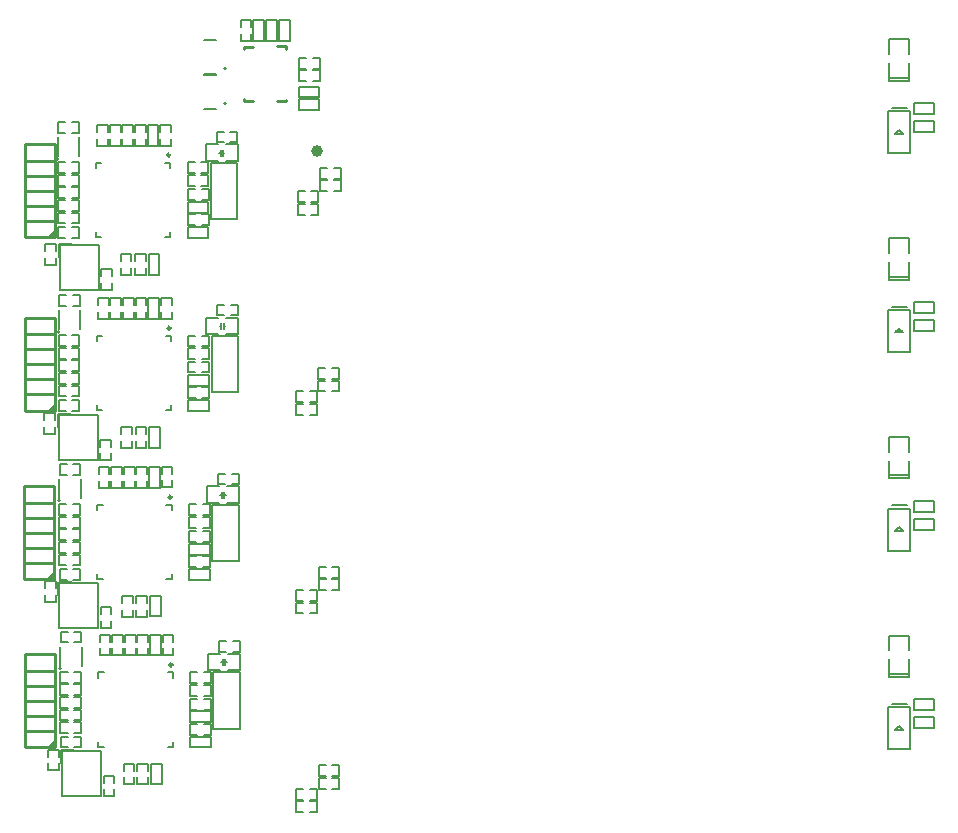
<source format=gto>
G04*
G04 #@! TF.GenerationSoftware,Altium Limited,Altium Designer,24.0.1 (36)*
G04*
G04 Layer_Color=65535*
%FSLAX44Y44*%
%MOMM*%
G71*
G04*
G04 #@! TF.SameCoordinates,2863EE23-0FE7-43ED-B731-855E9A245776*
G04*
G04*
G04 #@! TF.FilePolarity,Positive*
G04*
G01*
G75*
%ADD10C,0.2500*%
%ADD11C,0.2000*%
%ADD12C,0.1500*%
%ADD13C,1.0000*%
%ADD14C,0.2540*%
%ADD15C,0.1524*%
%ADD16C,0.2032*%
%ADD17C,0.1500*%
%ADD18C,0.1270*%
D10*
X125230Y410618D02*
G03*
X125230Y410618I-1250J0D01*
G01*
X124722Y557176D02*
G03*
X124722Y557176I-1250J0D01*
G01*
X126754Y125630D02*
G03*
X126754Y125630I-1250J0D01*
G01*
X125876Y267616D02*
G03*
X125876Y267616I-1250J0D01*
G01*
D11*
X172107Y600696D02*
G03*
X172107Y600696I-1000J0D01*
G01*
Y630428D02*
G03*
X172107Y630428I-1000J0D01*
G01*
X125480Y399618D02*
Y404118D01*
X120980D02*
X125480D01*
X120980Y341118D02*
X125480D01*
Y345618D01*
X62480Y404118D02*
X66980D01*
X62480Y399618D02*
Y404118D01*
Y341118D02*
Y345618D01*
Y341118D02*
X66980D01*
X120472Y550676D02*
X124972D01*
Y546176D02*
Y550676D01*
Y487676D02*
Y492176D01*
X120472Y487676D02*
X124972D01*
X61972D02*
X66472D01*
X61972D02*
Y492176D01*
Y550676D02*
X66472D01*
X61972Y546176D02*
Y550676D01*
X122504Y119130D02*
X127004D01*
Y114630D02*
Y119130D01*
Y56130D02*
Y60630D01*
X122504Y56130D02*
X127004D01*
X64004D02*
X68504D01*
X64004D02*
Y60630D01*
Y119130D02*
X68504D01*
X64004Y114630D02*
Y119130D01*
X121626Y261116D02*
X126126D01*
Y256616D02*
Y261116D01*
Y198116D02*
Y202616D01*
X121626Y198116D02*
X126126D01*
X63126D02*
X67626D01*
X63126D02*
Y202616D01*
Y261116D02*
X67626D01*
X63126Y256616D02*
Y261116D01*
X32512Y53594D02*
X43688D01*
X32258Y42164D02*
Y53594D01*
X30226Y196088D02*
X41402D01*
X29972Y184658D02*
Y196088D01*
Y338328D02*
X41148D01*
X29718Y326898D02*
Y338328D01*
X30734Y482092D02*
X41910D01*
X30480Y470662D02*
Y482092D01*
D12*
X30315Y553888D02*
G03*
X30315Y553888I-853J0D01*
G01*
X30823Y407330D02*
G03*
X30823Y407330I-853J0D01*
G01*
X31469Y264328D02*
G03*
X31469Y264328I-853J0D01*
G01*
X32347Y122342D02*
G03*
X32347Y122342I-853J0D01*
G01*
X29862Y556388D02*
X29862Y572388D01*
X47862D02*
X47862Y556388D01*
X30370Y409830D02*
X30370Y425830D01*
X48370D02*
X48370Y409830D01*
X31016Y266828D02*
X31016Y282828D01*
X49016D02*
X49016Y266828D01*
X31894Y124842D02*
X31894Y140842D01*
X49894D02*
X49894Y124842D01*
D13*
X249403Y560726D02*
D03*
D14*
X215138Y649732D02*
X222758D01*
Y647192D02*
Y649732D01*
X215138Y602742D02*
X222758D01*
Y604012D01*
X187198Y602742D02*
X194818D01*
X187198D02*
Y604289D01*
Y648462D02*
X194818D01*
X187198Y647192D02*
Y648462D01*
X1524Y405384D02*
X26574D01*
X21844Y340614D02*
X26924Y345694D01*
X1524Y379984D02*
X26224D01*
X2224Y367284D02*
X26924D01*
X1524Y354584D02*
X26924D01*
X1524Y340614D02*
X26924D01*
Y419354D01*
X1524D02*
X26924D01*
X1524Y340614D02*
Y419354D01*
Y392684D02*
X26574D01*
X26574Y392684D01*
X1778Y552450D02*
X26828D01*
X22098Y487680D02*
X27178Y492760D01*
X1778Y527050D02*
X26478D01*
X2478Y514350D02*
X27178D01*
X1778Y501650D02*
X27178D01*
X1778Y487680D02*
X27178D01*
Y566420D01*
X1778D02*
X27178D01*
X1778Y487680D02*
Y566420D01*
Y539750D02*
X26828D01*
X26828Y539750D01*
X1524Y120650D02*
X26574D01*
X21844Y55880D02*
X26924Y60960D01*
X1524Y95250D02*
X26224D01*
X2224Y82550D02*
X26924D01*
X1524Y69850D02*
X26924D01*
X1524Y55880D02*
X26924D01*
Y134620D01*
X1524D02*
X26924D01*
X1524Y55880D02*
Y134620D01*
Y107950D02*
X26574D01*
X26574Y107950D01*
X1270Y262890D02*
X26320D01*
X21590Y198120D02*
X26670Y203200D01*
X1270Y237490D02*
X25970D01*
X1970Y224790D02*
X26670D01*
X1270Y212090D02*
X26670D01*
X1270Y198120D02*
X26670D01*
Y276860D01*
X1270D02*
X26670D01*
X1270Y198120D02*
Y276860D01*
Y250190D02*
X26320D01*
X26321Y250190D01*
D15*
X91948Y467360D02*
Y473316D01*
Y455816D02*
Y461772D01*
X82804Y473316D02*
X91948D01*
X82804Y467360D02*
Y473316D01*
Y455816D02*
X91948D01*
X82804Y455816D02*
Y461772D01*
X83958Y287202D02*
Y293158D01*
Y275659D02*
Y281614D01*
X74814Y293158D02*
X83958D01*
X74814Y287202D02*
Y293158D01*
Y275658D02*
X83958D01*
X74814Y275659D02*
Y281614D01*
X140211Y361950D02*
Y371094D01*
Y361950D02*
X157711D01*
X140211Y371094D02*
X157711D01*
Y361950D02*
Y371094D01*
X140857Y218948D02*
Y228092D01*
Y218948D02*
X158357D01*
X140857Y228092D02*
X158357D01*
Y218948D02*
Y228092D01*
X108458Y24302D02*
Y41802D01*
Y24302D02*
X117602D01*
X108458Y41802D02*
X117602D01*
Y24302D02*
Y41802D01*
X141735Y76962D02*
Y86106D01*
Y76962D02*
X159235D01*
X141735Y86106D02*
X159235D01*
Y76962D02*
Y86106D01*
X43434Y98298D02*
X49390D01*
X49390Y89154D02*
Y98298D01*
X43434Y89154D02*
X49390D01*
X31890Y98298D02*
X37846D01*
X31890Y89154D02*
X37846D01*
X31890D02*
Y98298D01*
X231534Y9906D02*
X237490D01*
X243078D02*
X249034D01*
X231534Y762D02*
Y9906D01*
X231534Y762D02*
X237490D01*
X249034D02*
Y9906D01*
X243078Y762D02*
X249034D01*
X231534Y20574D02*
X237490D01*
X243078D02*
X249034D01*
X231534Y11430D02*
Y20574D01*
X231534Y11430D02*
X237490D01*
X249034D02*
Y20574D01*
X243078Y11430D02*
X249034D01*
X231534Y179832D02*
X237490D01*
X231534D02*
Y188976D01*
X231534D02*
X237490D01*
X243078Y179832D02*
X249034D01*
X243078Y188976D02*
X249034D01*
Y179832D02*
Y188976D01*
X41402Y529844D02*
X47358D01*
X47358Y520700D02*
Y529844D01*
X41402Y520700D02*
X47358D01*
X29858Y529844D02*
X35814D01*
X29858Y520700D02*
X35814D01*
X29858D02*
Y529844D01*
X41402Y519176D02*
X47358D01*
X47358Y510032D02*
Y519176D01*
X41402Y510032D02*
X47358D01*
X29858Y519176D02*
X35814D01*
X29858Y510032D02*
X35814D01*
X29858D02*
Y519176D01*
X233598Y595122D02*
Y604266D01*
X251098Y595122D02*
Y604266D01*
X233598D02*
X251098D01*
X233598Y595122D02*
X251098D01*
X251320Y630428D02*
Y639572D01*
X233820Y630428D02*
Y639572D01*
Y630428D02*
X239776D01*
X245364Y639572D02*
X251320D01*
X233820D02*
X239776D01*
X245364Y630428D02*
X251320D01*
X251320Y619760D02*
Y628904D01*
X233820Y619760D02*
Y628904D01*
Y619760D02*
X239776D01*
X245364Y628904D02*
X251320D01*
X233820D02*
X239776D01*
X245364Y619760D02*
X251320D01*
X184404Y653682D02*
X193548D01*
X184404Y671182D02*
X193548D01*
X184404Y665226D02*
Y671182D01*
X193548Y653682D02*
Y659638D01*
Y665226D02*
Y671182D01*
X184404Y653682D02*
Y659638D01*
X195072Y671150D02*
X204216D01*
X195072Y653650D02*
X204216D01*
Y671150D01*
X195072Y653650D02*
Y671150D01*
X233598Y606044D02*
Y615188D01*
X251098Y606044D02*
Y615188D01*
X233598D02*
X251098D01*
X233598Y606044D02*
X251098D01*
X205740Y653646D02*
X214884D01*
X205740Y671146D02*
X214884D01*
X205740Y653646D02*
Y671146D01*
X214884Y653646D02*
Y671146D01*
X216662Y653646D02*
X225806D01*
X216662Y671146D02*
X225806D01*
X216662Y653646D02*
Y671146D01*
X225806Y653646D02*
Y671146D01*
X97028Y41770D02*
X106172D01*
X97028Y24270D02*
X106172D01*
Y30226D01*
X97028Y35814D02*
Y41770D01*
Y24270D02*
Y30226D01*
X106172Y35814D02*
Y41770D01*
X84350Y183756D02*
X93494D01*
X84350Y166256D02*
X93494D01*
Y172212D01*
X84350Y177800D02*
Y183756D01*
Y166256D02*
Y172212D01*
X93494Y177800D02*
Y183756D01*
X30112Y585216D02*
X36068D01*
X41656Y576072D02*
X47612D01*
X30112D02*
X36068D01*
X41656Y585216D02*
X47612D01*
Y576072D02*
Y585216D01*
X30112Y576072D02*
Y585216D01*
X32144Y153670D02*
X38100D01*
X43688Y144526D02*
X49644D01*
X32144D02*
X38100D01*
X43688Y153670D02*
X49644D01*
Y144526D02*
Y153670D01*
X32144Y144526D02*
Y153670D01*
X31266Y286512D02*
Y295656D01*
X48766Y286512D02*
Y295656D01*
X42810D02*
X48766D01*
X31266Y286512D02*
X37222D01*
X42810D02*
X48766D01*
X31266Y295656D02*
X37222D01*
X30620Y438658D02*
X36576D01*
X42164Y429514D02*
X48120D01*
X30620D02*
X36576D01*
X42164Y438658D02*
X48120D01*
Y429514D02*
Y438658D01*
X30620Y429514D02*
Y438658D01*
X250584Y31242D02*
Y40386D01*
X268084Y31242D02*
Y40386D01*
X262128D02*
X268084D01*
X250584Y31242D02*
X256540D01*
X262128D02*
X268084D01*
X250584Y40386D02*
X256540D01*
X65786Y156858D02*
X74930D01*
X65786Y174358D02*
X74930D01*
X65786Y168402D02*
Y174358D01*
X74930Y156858D02*
Y162814D01*
Y168402D02*
Y174358D01*
X65786Y156858D02*
Y162814D01*
X18542Y178702D02*
X27686D01*
X18542Y196202D02*
X27686D01*
X18542Y190246D02*
Y196202D01*
X27686Y178702D02*
Y184658D01*
Y190246D02*
Y196202D01*
X18542Y178702D02*
Y184658D01*
X83312Y327012D02*
X92456D01*
X83312Y309512D02*
X92456D01*
Y315468D01*
X83312Y321056D02*
Y327012D01*
Y309512D02*
Y315468D01*
X92456Y321056D02*
Y327012D01*
X96150Y183756D02*
X105294D01*
X96150Y166256D02*
X105294D01*
Y172212D01*
X96150Y177800D02*
Y183756D01*
Y166256D02*
Y172212D01*
X105294Y177800D02*
Y183756D01*
X107464Y166542D02*
X116608D01*
X107464Y184042D02*
X116608D01*
X107464Y166542D02*
Y184042D01*
X116608Y166542D02*
Y184042D01*
X181724Y567944D02*
Y577088D01*
X164224Y567944D02*
Y577088D01*
Y567944D02*
X170180D01*
X175768Y577088D02*
X181724D01*
X164224D02*
X170180D01*
X175768Y567944D02*
X181724D01*
X167386Y556768D02*
Y561848D01*
X169418Y556768D02*
Y561848D01*
Y559308D02*
X170688D01*
X166116D02*
X167386D01*
X171704Y552450D02*
X181864D01*
X154940Y566166D02*
X165100D01*
X171704D02*
X181864D01*
X154940Y552450D02*
X165100D01*
X181864D02*
Y566166D01*
X154940Y552450D02*
Y566166D01*
X139586Y541782D02*
Y550926D01*
X157086Y541782D02*
Y550926D01*
X151130D02*
X157086D01*
X139586Y541782D02*
X145542D01*
X151130D02*
X157086D01*
X139586Y550926D02*
X145542D01*
X139586Y531114D02*
Y540258D01*
X157086Y531114D02*
Y540258D01*
X151130D02*
X157086D01*
X139586Y531114D02*
X145542D01*
X151130D02*
X157086D01*
X139586Y540258D02*
X145542D01*
X157203Y487172D02*
Y496316D01*
X139703Y487172D02*
Y496316D01*
Y487172D02*
X157203D01*
X139703Y496316D02*
X157203D01*
X139768Y497840D02*
Y506984D01*
X157268Y497840D02*
Y506984D01*
X151312D02*
X157268D01*
X139768Y497840D02*
X145724D01*
X151312D02*
X157268D01*
X139768Y506984D02*
X145724D01*
X139768Y519176D02*
Y528320D01*
X157268Y519176D02*
Y528320D01*
X151312D02*
X157268D01*
X139768Y519176D02*
X145724D01*
X151312D02*
X157268D01*
X139768Y528320D02*
X145724D01*
X157203Y508508D02*
Y517652D01*
X139703Y508508D02*
Y517652D01*
Y508508D02*
X157203D01*
X139703Y517652D02*
X157203D01*
X94996Y565218D02*
X104140D01*
X94996Y582718D02*
X104140D01*
X94996Y576763D02*
Y582718D01*
X104140Y565219D02*
Y571175D01*
Y576763D02*
Y582718D01*
X94996Y565219D02*
Y571175D01*
X105664Y565218D02*
X114808D01*
X105664Y582718D02*
X114808D01*
X105664Y565218D02*
Y582718D01*
X114808Y565218D02*
Y582718D01*
X106426Y455848D02*
X115570D01*
X106426Y473348D02*
X115570D01*
X106426Y455848D02*
Y473348D01*
X115570Y455848D02*
Y473348D01*
X94996Y473316D02*
X104140D01*
X94996Y455816D02*
X104140D01*
Y461772D01*
X94996Y467360D02*
Y473316D01*
Y455816D02*
Y461772D01*
X104140Y467360D02*
Y473316D01*
X116332Y582718D02*
X125476D01*
X116332Y565218D02*
X125476D01*
Y571174D01*
X116332Y576762D02*
Y582718D01*
Y565219D02*
Y571174D01*
X125476Y576762D02*
Y582718D01*
X73660Y565218D02*
X82804D01*
X73660Y582718D02*
X82804D01*
X73660Y576763D02*
Y582718D01*
X82804Y565219D02*
Y571175D01*
Y576763D02*
Y582718D01*
X73660Y565219D02*
Y571175D01*
X84328Y565218D02*
X93472D01*
X84328Y582718D02*
X93472D01*
X84328Y576763D02*
Y582718D01*
X93472Y565219D02*
Y571175D01*
Y576763D02*
Y582718D01*
X84328Y565219D02*
Y571175D01*
X66548Y442862D02*
X75692D01*
X66548Y460362D02*
X75692D01*
X66548Y454406D02*
Y460362D01*
X75692Y442862D02*
Y448818D01*
Y454406D02*
Y460362D01*
X66548Y442862D02*
Y448818D01*
X19050Y464452D02*
X28194D01*
X19050Y481952D02*
X28194D01*
X19050Y475996D02*
Y481952D01*
X28194Y464452D02*
Y470408D01*
Y475996D02*
Y481952D01*
X19050Y464452D02*
Y470408D01*
X47612Y487172D02*
Y496316D01*
X30112Y487172D02*
Y496316D01*
Y487172D02*
X36068D01*
X41656Y496316D02*
X47612D01*
X30112D02*
X36068D01*
X41656Y487172D02*
X47612D01*
X47358Y531368D02*
Y540512D01*
X29858Y531368D02*
Y540512D01*
Y531368D02*
X35814D01*
X41402Y540512D02*
X47358D01*
X29858D02*
X35814D01*
X41402Y531368D02*
X47358D01*
X47358Y542036D02*
Y551180D01*
X29858Y542036D02*
Y551180D01*
Y542036D02*
X35814D01*
X41402Y551180D02*
X47358D01*
X29858D02*
X35814D01*
X41402Y542036D02*
X47358D01*
X47358Y499364D02*
Y508508D01*
X29858Y499364D02*
Y508508D01*
Y499364D02*
X35814D01*
X41402Y508508D02*
X47358D01*
X29858D02*
X35814D01*
X41402Y499364D02*
X47358D01*
X62992Y565218D02*
X72136D01*
X62992Y582718D02*
X72136D01*
X62992Y576763D02*
Y582718D01*
X72136Y565219D02*
Y571175D01*
Y576763D02*
Y582718D01*
X62992Y565219D02*
Y571175D01*
X65532Y298772D02*
X74676D01*
X65532Y316272D02*
X74676D01*
X65532Y310316D02*
Y316272D01*
X74676Y298772D02*
Y304728D01*
Y310316D02*
Y316271D01*
X65532Y298772D02*
Y304728D01*
X18288Y320942D02*
X27432D01*
X18288Y338442D02*
X27432D01*
X18288Y332486D02*
Y338442D01*
X27432Y320942D02*
Y326898D01*
Y332486D02*
Y338442D01*
X18288Y320942D02*
Y326898D01*
X167894Y410210D02*
Y415290D01*
X169926Y410210D02*
Y415290D01*
Y412750D02*
X171196D01*
X166624D02*
X167894D01*
X172212Y405892D02*
X182372D01*
X155448Y419608D02*
X165608D01*
X172212D02*
X182372D01*
X155448Y405892D02*
X165608D01*
X182372D02*
Y419608D01*
X155448Y405892D02*
Y419608D01*
X140094Y395224D02*
Y404368D01*
X157594Y395224D02*
Y404368D01*
X151638D02*
X157594D01*
X140094Y395224D02*
X146050D01*
X151638D02*
X157594D01*
X140094Y404368D02*
X146050D01*
X140094Y384556D02*
Y393700D01*
X157594Y384556D02*
Y393700D01*
X151638D02*
X157594D01*
X140094Y384556D02*
X146050D01*
X151638D02*
X157594D01*
X140094Y393700D02*
X146050D01*
X157711Y340614D02*
Y349758D01*
X140211Y340614D02*
Y349758D01*
Y340614D02*
X157711D01*
X140211Y349758D02*
X157711D01*
X140276Y351282D02*
Y360426D01*
X157776Y351282D02*
Y360426D01*
X151820D02*
X157776D01*
X140276Y351282D02*
X146232D01*
X151820D02*
X157775D01*
X140276Y360426D02*
X146232D01*
X182232Y421386D02*
Y430530D01*
X164732Y421386D02*
Y430530D01*
Y421386D02*
X170688D01*
X176276Y430530D02*
X182232D01*
X164732D02*
X170688D01*
X176276Y421386D02*
X182232D01*
X116840Y436232D02*
X125984D01*
X116840Y418732D02*
X125984D01*
Y424688D01*
X116840Y430276D02*
Y436232D01*
Y418732D02*
Y424688D01*
X125984Y430276D02*
Y436232D01*
X140094Y373126D02*
Y382270D01*
X157594Y373126D02*
Y382270D01*
X151638D02*
X157594D01*
X140094Y373126D02*
X146050D01*
X151638D02*
X157594D01*
X140094Y382270D02*
X146050D01*
X74168Y418660D02*
X83312D01*
X74168Y436160D02*
X83312D01*
X74168Y430205D02*
Y436160D01*
X83312Y418661D02*
Y424617D01*
Y430205D02*
Y436160D01*
X74168Y418661D02*
Y424617D01*
X95504Y418660D02*
X104648D01*
X95504Y436160D02*
X104648D01*
X95504Y430205D02*
Y436160D01*
X104648Y418661D02*
Y424617D01*
Y430205D02*
Y436160D01*
X95504Y418661D02*
Y424617D01*
X84836Y418660D02*
X93980D01*
X84836Y436160D02*
X93980D01*
X84836Y430204D02*
Y436160D01*
X93980Y418660D02*
Y424616D01*
Y430204D02*
Y436160D01*
X84836Y418660D02*
Y424616D01*
X106172Y418660D02*
X115316D01*
X106172Y436160D02*
X115316D01*
X106172Y418660D02*
Y436160D01*
X115316Y418660D02*
Y436160D01*
X106934Y309544D02*
X116078D01*
X106934Y327044D02*
X116078D01*
X106934Y309544D02*
Y327044D01*
X116078Y309544D02*
Y327044D01*
X95504Y326758D02*
X104648D01*
X95504Y309258D02*
X104648D01*
Y315214D01*
X95504Y320802D02*
Y326758D01*
Y309258D02*
Y315214D01*
X104648Y320802D02*
Y326758D01*
X47866Y374142D02*
Y383286D01*
X30366Y374142D02*
Y383286D01*
Y374142D02*
X36322D01*
X41910Y383286D02*
X47866D01*
X30366D02*
X36322D01*
X41910Y374142D02*
X47866D01*
X47866Y363474D02*
Y372618D01*
X30366Y363474D02*
Y372618D01*
Y363474D02*
X36322D01*
X41910Y372618D02*
X47866D01*
X30366D02*
X36322D01*
X41910Y363474D02*
X47866D01*
X47866Y352806D02*
Y361950D01*
X30366Y352806D02*
Y361950D01*
Y352806D02*
X36322D01*
X41910Y361950D02*
X47866D01*
X30366D02*
X36322D01*
X41910Y352806D02*
X47866D01*
X47938Y340614D02*
Y349758D01*
X30438Y340614D02*
Y349758D01*
Y340614D02*
X36394D01*
X41982Y349758D02*
X47938D01*
X30438D02*
X36394D01*
X41982Y340614D02*
X47938D01*
X63500Y418660D02*
X72644D01*
X63500Y436160D02*
X72644D01*
X63500Y430205D02*
Y436160D01*
X72644Y418661D02*
Y424617D01*
Y430205D02*
Y436160D01*
X63500Y418661D02*
Y424617D01*
X47866Y384810D02*
Y393954D01*
X30366Y384810D02*
Y393954D01*
Y384810D02*
X36322D01*
X41910Y393954D02*
X47866D01*
X30366D02*
X36322D01*
X41910Y384810D02*
X47866D01*
X47866Y395478D02*
Y404622D01*
X30366Y395478D02*
Y404622D01*
Y395478D02*
X36322D01*
X41910Y404622D02*
X47866D01*
X30366D02*
X36322D01*
X41910Y395478D02*
X47866D01*
X158357Y197612D02*
Y206756D01*
X140857Y197612D02*
Y206756D01*
Y197612D02*
X158357D01*
X140857Y206756D02*
X158357D01*
X140922Y229616D02*
Y238760D01*
X158422Y229616D02*
Y238760D01*
X152466D02*
X158422D01*
X140922Y229616D02*
X146878D01*
X152466D02*
X158421D01*
X140922Y238760D02*
X146878D01*
X182878Y278384D02*
Y287528D01*
X165378Y278384D02*
Y287528D01*
Y278384D02*
X171334D01*
X176922Y287528D02*
X182878D01*
X165378D02*
X171334D01*
X176922Y278384D02*
X182878D01*
X140740Y241554D02*
Y250698D01*
X158240Y241554D02*
Y250698D01*
X152284D02*
X158240D01*
X140740Y241554D02*
X146696D01*
X152284D02*
X158240D01*
X140740Y250698D02*
X146696D01*
X140922Y208280D02*
Y217424D01*
X158422Y208280D02*
Y217424D01*
X152466D02*
X158422D01*
X140922Y208280D02*
X146878D01*
X152466D02*
X158421D01*
X140922Y217424D02*
X146878D01*
X117486Y293230D02*
X126630D01*
X117486Y275730D02*
X126630D01*
Y281686D01*
X117486Y287274D02*
Y293230D01*
Y275730D02*
Y281686D01*
X126630Y287274D02*
Y293230D01*
X140740Y261366D02*
X146696D01*
X152284Y252222D02*
X158240D01*
X140740D02*
X146696D01*
X152284Y261366D02*
X158240D01*
Y252222D02*
Y261366D01*
X140740Y252222D02*
Y261366D01*
X168540Y267208D02*
Y272288D01*
X170572Y267208D02*
Y272288D01*
Y269748D02*
X171842D01*
X167270D02*
X168540D01*
X172858Y262890D02*
X183018D01*
X156094Y276606D02*
X166254D01*
X172858D02*
X183018D01*
X156094Y262890D02*
X166254D01*
X183018D02*
Y276606D01*
X156094Y262890D02*
Y276606D01*
X106818Y275658D02*
X115962D01*
X106818Y293158D02*
X115962D01*
X106818Y275658D02*
Y293158D01*
X115962Y275658D02*
Y293158D01*
X85482Y275658D02*
X94626D01*
X85482Y293158D02*
X94626D01*
X85482Y287202D02*
Y293158D01*
X94626Y275658D02*
Y281614D01*
Y287202D02*
Y293158D01*
X85482Y275658D02*
Y281614D01*
X48512Y252476D02*
Y261620D01*
X31012Y252476D02*
Y261620D01*
Y252476D02*
X36968D01*
X42556Y261620D02*
X48512D01*
X31012D02*
X36968D01*
X42556Y252476D02*
X48512D01*
X48512Y241808D02*
Y250952D01*
X31012Y241808D02*
Y250952D01*
Y241808D02*
X36968D01*
X42556Y250952D02*
X48512D01*
X31012D02*
X36968D01*
X42556Y241808D02*
X48512D01*
X64146Y275658D02*
X73290D01*
X64146Y293158D02*
X73290D01*
X64146Y287202D02*
Y293158D01*
X73290Y275659D02*
Y281614D01*
Y287202D02*
Y293158D01*
X64146Y275659D02*
Y281614D01*
X96150Y275658D02*
X105294D01*
X96150Y293158D02*
X105294D01*
X96150Y287202D02*
Y293158D01*
X105294Y275659D02*
Y281614D01*
Y287202D02*
Y293158D01*
X96150Y275659D02*
Y281614D01*
X48512Y220472D02*
Y229616D01*
X31012Y220472D02*
Y229616D01*
Y220472D02*
X36968D01*
X42556Y229616D02*
X48512D01*
X31012D02*
X36968D01*
X42556Y220472D02*
X48512D01*
X48512Y231140D02*
Y240284D01*
X31012Y231140D02*
Y240284D01*
Y231140D02*
X36968D01*
X42556Y240284D02*
X48512D01*
X31012D02*
X36968D01*
X42556Y231140D02*
X48512D01*
X48584Y197612D02*
Y206756D01*
X31084Y197612D02*
Y206756D01*
Y197612D02*
X37040D01*
X42628Y206756D02*
X48584D01*
X31084D02*
X37040D01*
X42628Y197612D02*
X48584D01*
X48512Y209804D02*
Y218948D01*
X31012Y209804D02*
Y218948D01*
Y209804D02*
X36968D01*
X42556Y218948D02*
X48512D01*
X31012D02*
X36968D01*
X42556Y209804D02*
X48512D01*
X738505Y70721D02*
X741680Y73896D01*
X744855Y70721D01*
X738505D02*
X744855D01*
X738505Y238751D02*
X741680Y241926D01*
X744855Y238751D01*
X738505D02*
X744855D01*
X738505Y406981D02*
X741680Y410156D01*
X744855Y406981D01*
X738505D02*
X744855D01*
X738505Y575211D02*
X741680Y578386D01*
X744855Y575211D01*
X738505D02*
X744855D01*
X754171Y72039D02*
X771671D01*
X754171Y81183D02*
X771671D01*
Y72039D02*
Y81183D01*
X754171Y72039D02*
Y81183D01*
Y87123D02*
X771671D01*
X754171Y96267D02*
X771671D01*
Y87123D02*
Y96267D01*
X754171Y87123D02*
Y96267D01*
Y240060D02*
X771671D01*
X754171Y249204D02*
X771671D01*
Y240060D02*
Y249204D01*
X754171Y240060D02*
Y249204D01*
Y255271D02*
X771671D01*
X754171Y264415D02*
X771671D01*
Y255271D02*
Y264415D01*
X754171Y255271D02*
Y264415D01*
Y408335D02*
X771671D01*
X754171Y417479D02*
X771671D01*
Y408335D02*
Y417479D01*
X754171Y408335D02*
Y417479D01*
Y423546D02*
X771671D01*
X754171Y432690D02*
X771671D01*
Y423546D02*
Y432690D01*
X754171Y423546D02*
Y432690D01*
Y576534D02*
X771671D01*
X754171Y585678D02*
X771671D01*
Y576534D02*
Y585678D01*
X754171Y576534D02*
Y585678D01*
Y591770D02*
X771671D01*
X754171Y600914D02*
X771671D01*
Y591770D02*
Y600914D01*
X754171Y591770D02*
Y600914D01*
X116840Y133672D02*
Y151172D01*
X107696Y133672D02*
Y151172D01*
X116840D01*
X107696Y133672D02*
X116840D01*
X141735Y64770D02*
X159235D01*
X141735Y55626D02*
X159235D01*
X141735D02*
Y64770D01*
X159235Y55626D02*
Y64770D01*
X156972Y120904D02*
Y134620D01*
X183896Y120904D02*
Y134620D01*
X156972Y120904D02*
X167132D01*
X173736Y134620D02*
X183896D01*
X156972D02*
X167132D01*
X173736Y120904D02*
X183896D01*
X168148Y127762D02*
X169418D01*
X171450D02*
X172720D01*
X171450Y125222D02*
Y130302D01*
X169418Y125222D02*
Y130302D01*
X68326Y14364D02*
Y20320D01*
X77470Y25908D02*
Y31864D01*
Y14364D02*
Y20320D01*
X68326Y25908D02*
Y31864D01*
X77470D01*
X68326Y14364D02*
X77470D01*
X21082Y36280D02*
Y42236D01*
X30226Y47824D02*
Y53779D01*
Y36280D02*
Y42236D01*
X21082Y47824D02*
Y53780D01*
X30226D01*
X21082Y36280D02*
X30226D01*
X43434Y78486D02*
X49390D01*
X31890Y87630D02*
X37846D01*
X43434D02*
X49390D01*
X31890Y78486D02*
X37846D01*
X31890D02*
Y87630D01*
X49390Y78486D02*
Y87630D01*
X86360Y133672D02*
Y139628D01*
X95504Y145216D02*
Y151172D01*
Y133672D02*
Y139628D01*
X86360Y145216D02*
Y151172D01*
X95504D01*
X86360Y133672D02*
X95504D01*
X43434Y110490D02*
X49390D01*
X31890Y119634D02*
X37846D01*
X43434D02*
X49390D01*
X31890Y110490D02*
X37846D01*
X31890D02*
Y119634D01*
X49390Y110490D02*
Y119634D01*
X141618Y119380D02*
X147574D01*
X153162Y110236D02*
X159118D01*
X141618D02*
X147574D01*
X153162Y119380D02*
X159118D01*
Y110236D02*
Y119380D01*
X141618Y110236D02*
Y119380D01*
X141618Y108712D02*
X147574D01*
X153162Y99568D02*
X159118D01*
X141618D02*
X147574D01*
X153162Y108712D02*
X159118D01*
Y99568D02*
Y108712D01*
X141618Y99568D02*
Y108712D01*
X65024Y133673D02*
Y139628D01*
X74168Y145217D02*
Y151172D01*
Y133673D02*
Y139628D01*
X65024Y145217D02*
Y151172D01*
X74168D01*
X65024Y133672D02*
X74168D01*
X43506Y55626D02*
X49462D01*
X31962Y64770D02*
X37918D01*
X43506D02*
X49462D01*
X31962Y55626D02*
X37918D01*
X31962D02*
Y64770D01*
X49462Y55626D02*
Y64770D01*
X43434Y99822D02*
X49390D01*
X31890Y108966D02*
X37846D01*
X43434D02*
X49390D01*
X31890Y99822D02*
X37846D01*
X31890D02*
Y108966D01*
X49390Y99822D02*
Y108966D01*
X94488Y35814D02*
Y41770D01*
X85344Y24270D02*
Y30226D01*
Y35814D02*
Y41770D01*
X94488Y24270D02*
Y30226D01*
X85344Y24270D02*
X94488D01*
X85344Y41770D02*
X94488D01*
X75692Y133673D02*
Y139628D01*
X84836Y145217D02*
Y151172D01*
Y133673D02*
Y139628D01*
X75692Y145217D02*
Y151172D01*
X84836D01*
X75692Y133672D02*
X84836D01*
X97028Y133673D02*
Y139628D01*
X106172Y145217D02*
Y151172D01*
Y133673D02*
Y139628D01*
X97028Y145217D02*
Y151172D01*
X106172D01*
X97028Y133672D02*
X106172D01*
X43434Y67818D02*
X49390D01*
X31890Y76962D02*
X37846D01*
X43434D02*
X49390D01*
X31890Y67818D02*
X37846D01*
X31890D02*
Y76962D01*
X49390Y67818D02*
Y76962D01*
X141800Y96774D02*
X147756D01*
X153344Y87630D02*
X159299D01*
X141800D02*
X147756D01*
X153344Y96774D02*
X159300D01*
Y87630D02*
Y96774D01*
X141800Y87630D02*
Y96774D01*
X127508Y145288D02*
Y151244D01*
X118364Y133744D02*
Y139700D01*
Y145288D02*
Y151244D01*
X127508Y133744D02*
Y139700D01*
X118364Y133744D02*
X127508D01*
X118364Y151244D02*
X127508D01*
X177800Y136398D02*
X183756D01*
X166256Y145542D02*
X172212D01*
X177800D02*
X183756D01*
X166256Y136398D02*
X172212D01*
X166256D02*
Y145542D01*
X183756Y136398D02*
Y145542D01*
X141800Y75438D02*
X147756D01*
X153344Y66294D02*
X159299D01*
X141800D02*
X147756D01*
X153344Y75438D02*
X159300D01*
Y66294D02*
Y75438D01*
X141800Y66294D02*
Y75438D01*
X232622Y515874D02*
X238578D01*
X244166Y506730D02*
X250121D01*
X232622D02*
X238578D01*
X244166Y515874D02*
X250122D01*
Y506730D02*
Y515874D01*
X232622Y506730D02*
Y515874D01*
X231280Y346456D02*
X237236D01*
X242824Y337312D02*
X248780D01*
X231280D02*
X237236D01*
X242824Y346456D02*
X248780D01*
Y337312D02*
Y346456D01*
X231280Y337312D02*
Y346456D01*
X232622Y526542D02*
X238578D01*
X244166Y517398D02*
X250121D01*
X232622D02*
X238578D01*
X244166Y526542D02*
X250122D01*
Y517398D02*
Y526542D01*
X232622Y517398D02*
Y526542D01*
X231280Y357124D02*
X237236D01*
X242824Y347980D02*
X248780D01*
X231280D02*
X237236D01*
X242824Y357124D02*
X248780D01*
Y347980D02*
Y357124D01*
X231280Y347980D02*
Y357124D01*
X251528Y535686D02*
X257484D01*
X263072Y526542D02*
X269028D01*
X251528D02*
X257484D01*
X263072Y535686D02*
X269028D01*
Y526542D02*
Y535686D01*
X251528Y526542D02*
Y535686D01*
X250258Y366268D02*
X256214D01*
X261802Y357124D02*
X267757D01*
X250258D02*
X256214D01*
X261802Y366268D02*
X267758D01*
Y357124D02*
Y366268D01*
X250258Y357124D02*
Y366268D01*
X251528Y546354D02*
X257484D01*
X263072Y537210D02*
X269028D01*
X251528D02*
X257484D01*
X263072Y546354D02*
X269028D01*
Y537210D02*
Y546354D01*
X251528Y537210D02*
Y546354D01*
X250258Y376936D02*
X256214D01*
X261802Y367792D02*
X267757D01*
X250258D02*
X256214D01*
X261802Y376936D02*
X267758D01*
Y367792D02*
Y376936D01*
X250258Y367792D02*
Y376936D01*
X231534Y178308D02*
X237490D01*
X243078Y169164D02*
X249034D01*
X231534D02*
X237490D01*
X243078Y178308D02*
X249034D01*
Y169164D02*
Y178308D01*
X231534Y169164D02*
Y178308D01*
X250584Y197866D02*
X256540D01*
X262128Y188722D02*
X268084D01*
X250584D02*
X256540D01*
X262128Y197866D02*
X268084D01*
Y188722D02*
Y197866D01*
X250584Y188722D02*
Y197866D01*
X250512Y29718D02*
X256468D01*
X262056Y20574D02*
X268011D01*
X250512D02*
X256468D01*
X262056Y29718D02*
X268012D01*
Y20574D02*
Y29718D01*
X250512Y20574D02*
Y29718D01*
X250584Y208534D02*
X256540D01*
X262128Y199390D02*
X268084D01*
X250584D02*
X256540D01*
X262128Y208534D02*
X268084D01*
Y199390D02*
Y208534D01*
X250584Y199390D02*
Y208534D01*
D16*
X159766Y404114D02*
X182118D01*
X159766Y356362D02*
X182118D01*
Y404114D01*
X159766Y356362D02*
Y404114D01*
X159258Y502920D02*
Y550672D01*
X181610Y502920D02*
Y550672D01*
X159258Y502920D02*
X181610D01*
X159258Y550672D02*
X181610D01*
X160412Y213360D02*
Y261112D01*
X182764Y213360D02*
Y261112D01*
X160412Y213360D02*
X182764D01*
X160412Y261112D02*
X182764D01*
X735584Y92692D02*
X748284D01*
X732536Y54085D02*
X750824D01*
X732536D02*
Y89645D01*
X750824D01*
Y54085D02*
Y89645D01*
X735584Y260722D02*
X748284D01*
X732536Y222115D02*
X750824D01*
X732536D02*
Y257675D01*
X750824D01*
Y222115D02*
Y257675D01*
X735584Y428952D02*
X748284D01*
X732536Y390345D02*
X750824D01*
X732536D02*
Y425905D01*
X750824D01*
Y390345D02*
Y425905D01*
X735584Y597182D02*
X748284D01*
X732536Y558575D02*
X750824D01*
X732536D02*
Y594135D01*
X750824D01*
Y558575D02*
Y594135D01*
X733180Y137928D02*
Y150368D01*
Y115118D02*
Y130308D01*
X750180Y115118D02*
Y130308D01*
Y137928D02*
Y150368D01*
X733180D02*
X750180D01*
X733180Y115118D02*
X750180D01*
X733180Y117868D02*
X749930D01*
X733180Y306158D02*
Y318598D01*
Y283348D02*
Y298538D01*
X750180Y283348D02*
Y298538D01*
Y306158D02*
Y318598D01*
X733180D02*
X750180D01*
X733180Y283348D02*
X750180D01*
X733180Y286098D02*
X749930D01*
X733180Y474388D02*
Y486828D01*
Y451578D02*
Y466768D01*
X750180Y451578D02*
Y466768D01*
Y474388D02*
Y486828D01*
X733180D02*
X750180D01*
X733180Y451578D02*
X750180D01*
X733180Y454328D02*
X749930D01*
X733180Y642620D02*
Y655060D01*
Y619810D02*
Y635000D01*
X750180Y619810D02*
Y635000D01*
Y642620D02*
Y655060D01*
X733180D02*
X750180D01*
X733180Y619810D02*
X750180D01*
X733180Y622560D02*
X749930D01*
X161290Y119126D02*
X183642D01*
X161290Y71374D02*
X183642D01*
Y119126D01*
X161290Y71374D02*
Y119126D01*
D17*
X66294Y14224D02*
Y52324D01*
X33274Y14224D02*
X66294D01*
X33274D02*
Y52324D01*
X66294D01*
X64008Y156718D02*
Y194818D01*
X30988Y156718D02*
X64008D01*
X30988D02*
Y194818D01*
X64008D01*
X63754Y298958D02*
Y337058D01*
X30734Y298958D02*
X63754D01*
X30734D02*
Y337058D01*
X63754D01*
X64516Y442722D02*
Y480822D01*
X31496Y442722D02*
X64516D01*
X31496D02*
Y480822D01*
X64516D01*
D18*
X153607Y596496D02*
X163607D01*
X153607Y624896D02*
X163607D01*
X153607Y626228D02*
X163607D01*
X153607Y654628D02*
X163607D01*
M02*

</source>
